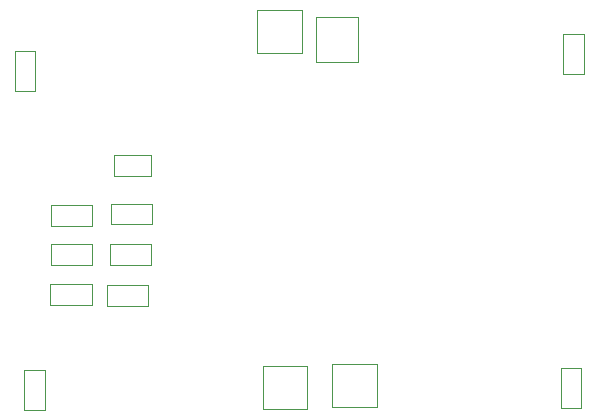
<source format=gbr>
G04 #@! TF.GenerationSoftware,KiCad,Pcbnew,5.1.6-c6e7f7d~87~ubuntu18.04.1*
G04 #@! TF.CreationDate,2020-10-14T05:15:15+05:30*
G04 #@! TF.ProjectId,FrontEnd_4S,46726f6e-7445-46e6-945f-34532e6b6963,rev?*
G04 #@! TF.SameCoordinates,Original*
G04 #@! TF.FileFunction,Other,User*
%FSLAX46Y46*%
G04 Gerber Fmt 4.6, Leading zero omitted, Abs format (unit mm)*
G04 Created by KiCad (PCBNEW 5.1.6-c6e7f7d~87~ubuntu18.04.1) date 2020-10-14 05:15:15*
%MOMM*%
%LPD*%
G01*
G04 APERTURE LIST*
%ADD10C,0.050000*%
G04 APERTURE END LIST*
D10*
X106107000Y-84573500D02*
X103007000Y-84573500D01*
X106107000Y-84573500D02*
X106107000Y-86373500D01*
X103007000Y-86373500D02*
X103007000Y-84573500D01*
X103007000Y-86373500D02*
X106107000Y-86373500D01*
X140801000Y-102653000D02*
X140801000Y-106053000D01*
X140801000Y-106053000D02*
X142561000Y-106053000D01*
X142561000Y-106053000D02*
X142561000Y-102653000D01*
X142561000Y-102653000D02*
X140801000Y-102653000D01*
X141030000Y-74314600D02*
X141030000Y-77714600D01*
X141030000Y-77714600D02*
X142790000Y-77714600D01*
X142790000Y-77714600D02*
X142790000Y-74314600D01*
X142790000Y-74314600D02*
X141030000Y-74314600D01*
X97151100Y-106165000D02*
X97151100Y-102765000D01*
X97151100Y-102765000D02*
X95391100Y-102765000D01*
X95391100Y-102765000D02*
X95391100Y-106165000D01*
X95391100Y-106165000D02*
X97151100Y-106165000D01*
X94573200Y-75818200D02*
X94573200Y-79218200D01*
X94573200Y-79218200D02*
X96333200Y-79218200D01*
X96333200Y-79218200D02*
X96333200Y-75818200D01*
X96333200Y-75818200D02*
X94573200Y-75818200D01*
X105871000Y-95632400D02*
X102371000Y-95632400D01*
X105871000Y-95632400D02*
X105871000Y-97382400D01*
X102371000Y-97382400D02*
X102371000Y-95632400D01*
X102371000Y-97382400D02*
X105871000Y-97382400D01*
X101130000Y-92163000D02*
X97630000Y-92163000D01*
X101130000Y-92163000D02*
X101130000Y-93913000D01*
X97630000Y-93913000D02*
X97630000Y-92163000D01*
X97630000Y-93913000D02*
X101130000Y-93913000D01*
X97670700Y-90585000D02*
X101170700Y-90585000D01*
X97670700Y-90585000D02*
X97670700Y-88835000D01*
X101170700Y-88835000D02*
X101170700Y-90585000D01*
X101170700Y-88835000D02*
X97670700Y-88835000D01*
X101097000Y-95543500D02*
X97597000Y-95543500D01*
X101097000Y-95543500D02*
X101097000Y-97293500D01*
X97597000Y-97293500D02*
X97597000Y-95543500D01*
X97597000Y-97293500D02*
X101097000Y-97293500D01*
X102644000Y-93894600D02*
X106144000Y-93894600D01*
X102644000Y-93894600D02*
X102644000Y-92144600D01*
X106144000Y-92144600D02*
X106144000Y-93894600D01*
X106144000Y-92144600D02*
X102644000Y-92144600D01*
X106248000Y-88728600D02*
X102748000Y-88728600D01*
X106248000Y-88728600D02*
X106248000Y-90478600D01*
X102748000Y-90478600D02*
X102748000Y-88728600D01*
X102748000Y-90478600D02*
X106248000Y-90478600D01*
X115092000Y-72335000D02*
X118892000Y-72335000D01*
X115092000Y-75935000D02*
X115092000Y-72335000D01*
X118892000Y-75935000D02*
X115092000Y-75935000D01*
X118892000Y-72335000D02*
X118892000Y-75935000D01*
X120059000Y-72885200D02*
X123659000Y-72885200D01*
X123659000Y-72885200D02*
X123659000Y-76685200D01*
X123659000Y-76685200D02*
X120059000Y-76685200D01*
X120059000Y-76685200D02*
X120059000Y-72885200D01*
X121425000Y-102332000D02*
X125225000Y-102332000D01*
X121425000Y-105932000D02*
X121425000Y-102332000D01*
X125225000Y-105932000D02*
X121425000Y-105932000D01*
X125225000Y-102332000D02*
X125225000Y-105932000D01*
X115572000Y-106070000D02*
X115572000Y-102470000D01*
X115572000Y-102470000D02*
X119372000Y-102470000D01*
X119372000Y-102470000D02*
X119372000Y-106070000D01*
X119372000Y-106070000D02*
X115572000Y-106070000D01*
M02*

</source>
